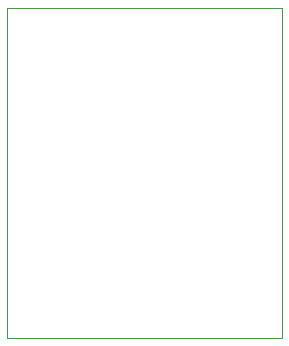
<source format=gbr>
%TF.GenerationSoftware,KiCad,Pcbnew,7.0.9*%
%TF.CreationDate,2024-03-27T20:05:08+00:00*%
%TF.ProjectId,USBHIDAdapter,55534248-4944-4416-9461-707465722e6b,rev?*%
%TF.SameCoordinates,Original*%
%TF.FileFunction,Profile,NP*%
%FSLAX46Y46*%
G04 Gerber Fmt 4.6, Leading zero omitted, Abs format (unit mm)*
G04 Created by KiCad (PCBNEW 7.0.9) date 2024-03-27 20:05:08*
%MOMM*%
%LPD*%
G01*
G04 APERTURE LIST*
%TA.AperFunction,Profile*%
%ADD10C,0.038100*%
%TD*%
G04 APERTURE END LIST*
D10*
X118541800Y-75844400D02*
X141808200Y-75844400D01*
X141808200Y-103759000D01*
X118541800Y-103759000D01*
X118541800Y-75844400D01*
M02*

</source>
